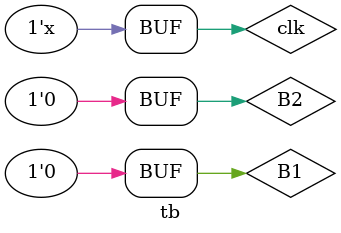
<source format=v>
`timescale 1ns/1ns
module flipflop(input B1, B2, clk, output reg Q);
    initial begin 
         Q=0;
    end

    always@(posedge clk) begin
        Q=(~Q & B1) | (B1 & B2) | (Q & ~B1 & ~B2);
    end
endmodule

module tb;
    reg B1=0;   
    reg B2=0;   
    reg clk=0;
    wire Q;
    flipflop flip(B1, B2, clk, Q);
    always begin
        clk=~clk;
        #10;
    end
    initial begin
        B1=0;   B2=1; 
        $monitor("B1=%b B2=%b Q=%b",B1,B2,Q); 
         #40;
        B1=1;   B2=0;  
         #40;
        B1=1;   B2=1;   
        #40;
        B1=0;   B2=0;  
         #40;
        
    end



endmodule


</source>
